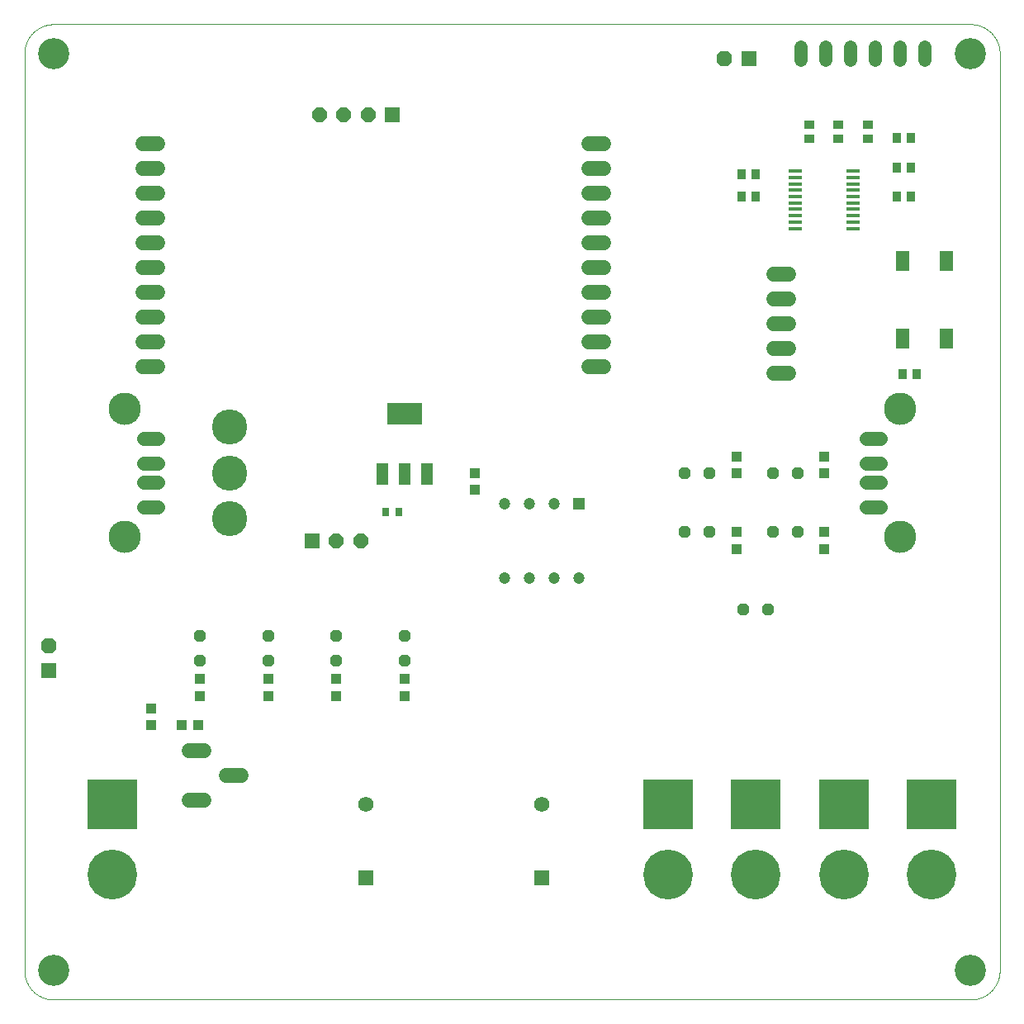
<source format=gts>
G04 EAGLE Gerber RS-274X export*
G75*
%MOMM*%
%FSLAX34Y34*%
%LPD*%
%INSolder Mask top*%
%IPPOS*%
%AMOC8*
5,1,8,0,0,1.08239X$1,22.5*%
G01*
%ADD10C,0.000000*%
%ADD11C,3.200000*%
%ADD12C,1.425000*%
%ADD13C,3.316000*%
%ADD14C,3.600000*%
%ADD15R,1.500000X1.500000*%
%ADD16P,1.623585X8X202.500000*%
%ADD17P,1.319650X8X292.500000*%
%ADD18R,1.100000X1.000000*%
%ADD19R,5.100000X5.100000*%
%ADD20C,5.100000*%
%ADD21R,1.200000X1.200000*%
%ADD22C,1.200000*%
%ADD23R,1.575000X1.575000*%
%ADD24C,1.575000*%
%ADD25C,1.524000*%
%ADD26R,1.000000X1.100000*%
%ADD27R,1.600000X1.600000*%
%ADD28P,1.731824X8X292.500000*%
%ADD29P,1.319650X8X22.500000*%
%ADD30R,1.080000X1.050000*%
%ADD31R,1.400000X2.050000*%
%ADD32R,0.810000X1.040000*%
%ADD33R,1.219200X2.235200*%
%ADD34R,3.600000X2.200000*%
%ADD35R,0.750000X0.940000*%
%ADD36R,1.040000X0.810000*%
%ADD37C,1.530000*%
%ADD38C,1.371600*%
%ADD39P,1.623585X8X22.500000*%
%ADD40R,1.475000X0.450000*%
%ADD41P,1.731824X8X22.500000*%


D10*
X30000Y0D02*
X970000Y0D01*
X1000000Y30000D02*
X1000000Y970000D01*
X970000Y1000000D02*
X30000Y1000000D01*
X0Y970000D02*
X0Y30000D01*
X9Y29275D01*
X35Y28551D01*
X79Y27827D01*
X140Y27105D01*
X219Y26384D01*
X315Y25665D01*
X428Y24949D01*
X559Y24236D01*
X707Y23526D01*
X872Y22821D01*
X1054Y22119D01*
X1253Y21422D01*
X1468Y20729D01*
X1701Y20043D01*
X1950Y19362D01*
X2215Y18687D01*
X2496Y18019D01*
X2794Y17358D01*
X3107Y16704D01*
X3436Y16058D01*
X3781Y15420D01*
X4141Y14791D01*
X4516Y14171D01*
X4906Y13560D01*
X5310Y12958D01*
X5729Y12366D01*
X6163Y11785D01*
X6610Y11214D01*
X7071Y10655D01*
X7545Y10106D01*
X8032Y9570D01*
X8532Y9045D01*
X9045Y8532D01*
X9570Y8032D01*
X10106Y7545D01*
X10655Y7071D01*
X11214Y6610D01*
X11785Y6163D01*
X12366Y5729D01*
X12958Y5310D01*
X13560Y4906D01*
X14171Y4516D01*
X14791Y4141D01*
X15420Y3781D01*
X16058Y3436D01*
X16704Y3107D01*
X17358Y2794D01*
X18019Y2496D01*
X18687Y2215D01*
X19362Y1950D01*
X20043Y1701D01*
X20729Y1468D01*
X21422Y1253D01*
X22119Y1054D01*
X22821Y872D01*
X23526Y707D01*
X24236Y559D01*
X24949Y428D01*
X25665Y315D01*
X26384Y219D01*
X27105Y140D01*
X27827Y79D01*
X28551Y35D01*
X29275Y9D01*
X30000Y0D01*
X0Y970000D02*
X9Y970725D01*
X35Y971449D01*
X79Y972173D01*
X140Y972895D01*
X219Y973616D01*
X315Y974335D01*
X428Y975051D01*
X559Y975764D01*
X707Y976474D01*
X872Y977179D01*
X1054Y977881D01*
X1253Y978578D01*
X1468Y979271D01*
X1701Y979957D01*
X1950Y980638D01*
X2215Y981313D01*
X2496Y981981D01*
X2794Y982642D01*
X3107Y983296D01*
X3436Y983942D01*
X3781Y984580D01*
X4141Y985209D01*
X4516Y985829D01*
X4906Y986440D01*
X5310Y987042D01*
X5729Y987634D01*
X6163Y988215D01*
X6610Y988786D01*
X7071Y989345D01*
X7545Y989894D01*
X8032Y990430D01*
X8532Y990955D01*
X9045Y991468D01*
X9570Y991968D01*
X10106Y992455D01*
X10655Y992929D01*
X11214Y993390D01*
X11785Y993837D01*
X12366Y994271D01*
X12958Y994690D01*
X13560Y995094D01*
X14171Y995484D01*
X14791Y995859D01*
X15420Y996219D01*
X16058Y996564D01*
X16704Y996893D01*
X17358Y997206D01*
X18019Y997504D01*
X18687Y997785D01*
X19362Y998050D01*
X20043Y998299D01*
X20729Y998532D01*
X21422Y998747D01*
X22119Y998946D01*
X22821Y999128D01*
X23526Y999293D01*
X24236Y999441D01*
X24949Y999572D01*
X25665Y999685D01*
X26384Y999781D01*
X27105Y999860D01*
X27827Y999921D01*
X28551Y999965D01*
X29275Y999991D01*
X30000Y1000000D01*
X970000Y1000000D02*
X970725Y999991D01*
X971449Y999965D01*
X972173Y999921D01*
X972895Y999860D01*
X973616Y999781D01*
X974335Y999685D01*
X975051Y999572D01*
X975764Y999441D01*
X976474Y999293D01*
X977179Y999128D01*
X977881Y998946D01*
X978578Y998747D01*
X979271Y998532D01*
X979957Y998299D01*
X980638Y998050D01*
X981313Y997785D01*
X981981Y997504D01*
X982642Y997206D01*
X983296Y996893D01*
X983942Y996564D01*
X984580Y996219D01*
X985209Y995859D01*
X985829Y995484D01*
X986440Y995094D01*
X987042Y994690D01*
X987634Y994271D01*
X988215Y993837D01*
X988786Y993390D01*
X989345Y992929D01*
X989894Y992455D01*
X990430Y991968D01*
X990955Y991468D01*
X991468Y990955D01*
X991968Y990430D01*
X992455Y989894D01*
X992929Y989345D01*
X993390Y988786D01*
X993837Y988215D01*
X994271Y987634D01*
X994690Y987042D01*
X995094Y986440D01*
X995484Y985829D01*
X995859Y985209D01*
X996219Y984580D01*
X996564Y983942D01*
X996893Y983296D01*
X997206Y982642D01*
X997504Y981981D01*
X997785Y981313D01*
X998050Y980638D01*
X998299Y979957D01*
X998532Y979271D01*
X998747Y978578D01*
X998946Y977881D01*
X999128Y977179D01*
X999293Y976474D01*
X999441Y975764D01*
X999572Y975051D01*
X999685Y974335D01*
X999781Y973616D01*
X999860Y972895D01*
X999921Y972173D01*
X999965Y971449D01*
X999991Y970725D01*
X1000000Y970000D01*
X1000000Y30000D02*
X999991Y29275D01*
X999965Y28551D01*
X999921Y27827D01*
X999860Y27105D01*
X999781Y26384D01*
X999685Y25665D01*
X999572Y24949D01*
X999441Y24236D01*
X999293Y23526D01*
X999128Y22821D01*
X998946Y22119D01*
X998747Y21422D01*
X998532Y20729D01*
X998299Y20043D01*
X998050Y19362D01*
X997785Y18687D01*
X997504Y18019D01*
X997206Y17358D01*
X996893Y16704D01*
X996564Y16058D01*
X996219Y15420D01*
X995859Y14791D01*
X995484Y14171D01*
X995094Y13560D01*
X994690Y12958D01*
X994271Y12366D01*
X993837Y11785D01*
X993390Y11214D01*
X992929Y10655D01*
X992455Y10106D01*
X991968Y9570D01*
X991468Y9045D01*
X990955Y8532D01*
X990430Y8032D01*
X989894Y7545D01*
X989345Y7071D01*
X988786Y6610D01*
X988215Y6163D01*
X987634Y5729D01*
X987042Y5310D01*
X986440Y4906D01*
X985829Y4516D01*
X985209Y4141D01*
X984580Y3781D01*
X983942Y3436D01*
X983296Y3107D01*
X982642Y2794D01*
X981981Y2496D01*
X981313Y2215D01*
X980638Y1950D01*
X979957Y1701D01*
X979271Y1468D01*
X978578Y1253D01*
X977881Y1054D01*
X977179Y872D01*
X976474Y707D01*
X975764Y559D01*
X975051Y428D01*
X974335Y315D01*
X973616Y219D01*
X972895Y140D01*
X972173Y79D01*
X971449Y35D01*
X970725Y9D01*
X970000Y0D01*
D11*
X30000Y30000D03*
X30000Y970000D03*
X970000Y30000D03*
X970000Y970000D03*
D12*
X877525Y530000D02*
X863275Y530000D01*
X863275Y550000D02*
X877525Y550000D01*
X877525Y505000D02*
X863275Y505000D01*
X863275Y575000D02*
X877525Y575000D01*
D13*
X897500Y474300D03*
X897500Y605700D03*
D12*
X136725Y550000D02*
X122475Y550000D01*
X122475Y530000D02*
X136725Y530000D01*
X136725Y575000D02*
X122475Y575000D01*
X122475Y505000D02*
X136725Y505000D01*
D13*
X102500Y605700D03*
X102500Y474300D03*
D14*
X210000Y587000D03*
X210000Y540000D03*
X210000Y493000D03*
D15*
X295000Y470000D03*
D16*
X320000Y470000D03*
X345000Y470000D03*
D17*
X180000Y372700D03*
X180000Y347300D03*
X390000Y372700D03*
X390000Y347300D03*
D18*
X390000Y311500D03*
X390000Y328500D03*
X180000Y311500D03*
X180000Y328500D03*
D17*
X250000Y372700D03*
X250000Y347300D03*
D18*
X250000Y311500D03*
X250000Y328500D03*
D17*
X320000Y372700D03*
X320000Y347300D03*
D18*
X320000Y311500D03*
X320000Y328500D03*
D19*
X930000Y200000D03*
D20*
X930000Y128370D03*
D19*
X840000Y200000D03*
D20*
X840000Y128370D03*
D19*
X750000Y200000D03*
D20*
X750000Y128370D03*
D19*
X660000Y200000D03*
D20*
X660000Y128370D03*
D21*
X568100Y508100D03*
D22*
X542700Y508100D03*
X517300Y508100D03*
X491900Y508100D03*
X491900Y431900D03*
X517300Y431900D03*
X542700Y431900D03*
X568100Y431900D03*
D19*
X90000Y200000D03*
D20*
X90000Y128370D03*
D23*
X530000Y125000D03*
D24*
X530000Y200000D03*
D23*
X350000Y125000D03*
D24*
X350000Y200000D03*
D25*
X184120Y255400D02*
X168880Y255400D01*
X206980Y230000D02*
X222220Y230000D01*
X184120Y204600D02*
X168880Y204600D01*
D18*
X130000Y298500D03*
X130000Y281500D03*
D26*
X161500Y281500D03*
X178500Y281500D03*
D27*
X25000Y337500D03*
D28*
X25000Y362500D03*
D18*
X730000Y557000D03*
X730000Y540000D03*
X820000Y557000D03*
X820000Y540000D03*
D29*
X677300Y540000D03*
X702700Y540000D03*
X767300Y540000D03*
X792700Y540000D03*
D30*
X730000Y462250D03*
X730000Y479750D03*
X820000Y462250D03*
X820000Y479750D03*
D29*
X677300Y480000D03*
X702700Y480000D03*
X767300Y480000D03*
X792700Y480000D03*
D31*
X900000Y677750D03*
X900000Y757250D03*
X945000Y677750D03*
X945000Y757250D03*
D32*
X914400Y641700D03*
X900000Y641700D03*
D33*
X366886Y539012D03*
X390000Y539012D03*
X413114Y539012D03*
D34*
X390000Y600990D03*
D26*
X462050Y539850D03*
X462050Y522850D03*
D35*
X384000Y500150D03*
X370000Y500150D03*
D36*
X805000Y897200D03*
X805000Y882800D03*
D32*
X908600Y823300D03*
X894200Y823300D03*
D36*
X834500Y897400D03*
X834500Y883000D03*
X864500Y897400D03*
X864500Y883000D03*
D32*
X908500Y883100D03*
X894100Y883100D03*
X908500Y853100D03*
X894100Y853100D03*
X735600Y823300D03*
X750000Y823300D03*
X735600Y846400D03*
X750000Y846400D03*
D37*
X136550Y750650D02*
X121250Y750650D01*
X121250Y725250D02*
X136550Y725250D01*
X136550Y699850D02*
X121250Y699850D01*
X121250Y674450D02*
X136550Y674450D01*
X136550Y649050D02*
X121250Y649050D01*
X121250Y776050D02*
X136550Y776050D01*
X136550Y801450D02*
X121250Y801450D01*
X121250Y826850D02*
X136550Y826850D01*
X136550Y852250D02*
X121250Y852250D01*
X121250Y877650D02*
X136550Y877650D01*
X578450Y750650D02*
X593750Y750650D01*
X593750Y725250D02*
X578450Y725250D01*
X578450Y699850D02*
X593750Y699850D01*
X593750Y674450D02*
X578450Y674450D01*
X578450Y649050D02*
X593750Y649050D01*
X593750Y776050D02*
X578450Y776050D01*
X578450Y801450D02*
X593750Y801450D01*
X593750Y826850D02*
X578450Y826850D01*
X578450Y852250D02*
X593750Y852250D01*
X593750Y877650D02*
X578450Y877650D01*
D38*
X796500Y963142D02*
X796500Y976858D01*
X821900Y976858D02*
X821900Y963142D01*
X847300Y963142D02*
X847300Y976858D01*
X872700Y976858D02*
X872700Y963142D01*
X898100Y963142D02*
X898100Y976858D01*
X923500Y976858D02*
X923500Y963142D01*
D15*
X377500Y907500D03*
D39*
X352500Y907500D03*
X327500Y907500D03*
X302500Y907500D03*
D40*
X790620Y849250D03*
X790620Y842750D03*
X790620Y836250D03*
X790620Y829750D03*
X790620Y823250D03*
X790620Y816750D03*
X790620Y810250D03*
X790620Y803750D03*
X790620Y797250D03*
X790620Y790750D03*
X849380Y790750D03*
X849380Y797250D03*
X849380Y803750D03*
X849380Y810250D03*
X849380Y816750D03*
X849380Y823250D03*
X849380Y829750D03*
X849380Y836250D03*
X849380Y842750D03*
X849380Y849250D03*
D27*
X742500Y965000D03*
D41*
X717500Y965000D03*
D25*
X768380Y743800D02*
X783620Y743800D01*
X783620Y718400D02*
X768380Y718400D01*
X768380Y693000D02*
X783620Y693000D01*
X783620Y667600D02*
X768380Y667600D01*
X768380Y642200D02*
X783620Y642200D01*
D29*
X737300Y400000D03*
X762700Y400000D03*
M02*

</source>
